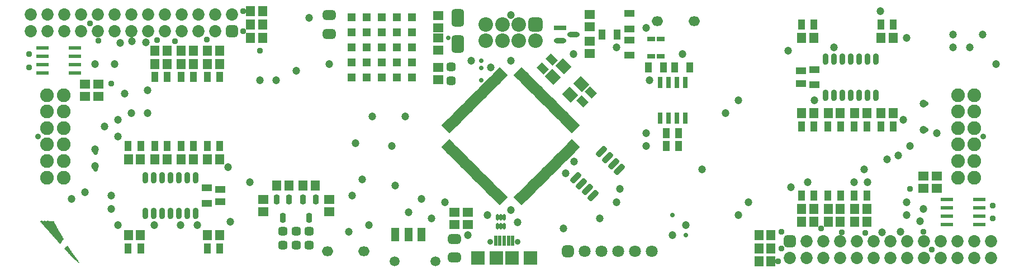
<source format=gts>
G04*
G04 #@! TF.GenerationSoftware,Altium Limited,Altium Designer,24.2.2 (26)*
G04*
G04 Layer_Color=8388736*
%FSLAX44Y44*%
%MOMM*%
G71*
G04*
G04 #@! TF.SameCoordinates,29065ECF-91ED-40A2-A03B-0633D3A06584*
G04*
G04*
G04 #@! TF.FilePolarity,Negative*
G04*
G01*
G75*
%ADD27R,1.9812X0.5588*%
%ADD44C,1.2032*%
%ADD45C,0.9532*%
%ADD46R,1.3532X1.5532*%
G04:AMPARAMS|DCode=47|XSize=1.9032mm|YSize=2.7032mm|CornerRadius=0.5266mm|HoleSize=0mm|Usage=FLASHONLY|Rotation=180.000|XOffset=0mm|YOffset=0mm|HoleType=Round|Shape=RoundedRectangle|*
%AMROUNDEDRECTD47*
21,1,1.9032,1.6500,0,0,180.0*
21,1,0.8500,2.7032,0,0,180.0*
1,1,1.0532,-0.4250,0.8250*
1,1,1.0532,0.4250,0.8250*
1,1,1.0532,0.4250,-0.8250*
1,1,1.0532,-0.4250,-0.8250*
%
%ADD47ROUNDEDRECTD47*%
%ADD48R,1.5532X1.3532*%
G04:AMPARAMS|DCode=49|XSize=0.9532mm|YSize=0.4532mm|CornerRadius=0.1116mm|HoleSize=0mm|Usage=FLASHONLY|Rotation=90.000|XOffset=0mm|YOffset=0mm|HoleType=Round|Shape=RoundedRectangle|*
%AMROUNDEDRECTD49*
21,1,0.9532,0.2300,0,0,90.0*
21,1,0.7300,0.4532,0,0,90.0*
1,1,0.2232,0.1150,0.3650*
1,1,0.2232,0.1150,-0.3650*
1,1,0.2232,-0.1150,-0.3650*
1,1,0.2232,-0.1150,0.3650*
%
%ADD49ROUNDEDRECTD49*%
G04:AMPARAMS|DCode=50|XSize=1.8032mm|YSize=1.6032mm|CornerRadius=0mm|HoleSize=0mm|Usage=FLASHONLY|Rotation=315.000|XOffset=0mm|YOffset=0mm|HoleType=Round|Shape=Rectangle|*
%AMROTATEDRECTD50*
4,1,4,-1.2044,0.0707,-0.0707,1.2044,1.2044,-0.0707,0.0707,-1.2044,-1.2044,0.0707,0.0*
%
%ADD50ROTATEDRECTD50*%

%ADD51R,0.6032X1.5532*%
%ADD52R,2.0032X2.1032*%
%ADD53R,2.1032X2.1032*%
G04:AMPARAMS|DCode=54|XSize=0.8032mm|YSize=1.6532mm|CornerRadius=0.2516mm|HoleSize=0mm|Usage=FLASHONLY|Rotation=180.000|XOffset=0mm|YOffset=0mm|HoleType=Round|Shape=RoundedRectangle|*
%AMROUNDEDRECTD54*
21,1,0.8032,1.1500,0,0,180.0*
21,1,0.3000,1.6532,0,0,180.0*
1,1,0.5032,-0.1500,0.5750*
1,1,0.5032,0.1500,0.5750*
1,1,0.5032,0.1500,-0.5750*
1,1,0.5032,-0.1500,-0.5750*
%
%ADD54ROUNDEDRECTD54*%
%ADD55R,0.8032X1.7532*%
G04:AMPARAMS|DCode=56|XSize=0.8532mm|YSize=1.9032mm|CornerRadius=0.2641mm|HoleSize=0mm|Usage=FLASHONLY|Rotation=315.000|XOffset=0mm|YOffset=0mm|HoleType=Round|Shape=RoundedRectangle|*
%AMROUNDEDRECTD56*
21,1,0.8532,1.3750,0,0,315.0*
21,1,0.3250,1.9032,0,0,315.0*
1,1,0.5282,-0.3712,-0.6010*
1,1,0.5282,-0.6010,-0.3712*
1,1,0.5282,0.3712,0.6010*
1,1,0.5282,0.6010,0.3712*
%
%ADD56ROUNDEDRECTD56*%
G04:AMPARAMS|DCode=57|XSize=1.6782mm|YSize=0.5032mm|CornerRadius=0mm|HoleSize=0mm|Usage=FLASHONLY|Rotation=315.000|XOffset=0mm|YOffset=0mm|HoleType=Round|Shape=Rectangle|*
%AMROTATEDRECTD57*
4,1,4,-0.7712,0.4154,-0.4154,0.7712,0.7712,-0.4154,0.4154,-0.7712,-0.7712,0.4154,0.0*
%
%ADD57ROTATEDRECTD57*%

G04:AMPARAMS|DCode=58|XSize=1.6782mm|YSize=0.5032mm|CornerRadius=0mm|HoleSize=0mm|Usage=FLASHONLY|Rotation=225.000|XOffset=0mm|YOffset=0mm|HoleType=Round|Shape=Rectangle|*
%AMROTATEDRECTD58*
4,1,4,0.4154,0.7712,0.7712,0.4154,-0.4154,-0.7712,-0.7712,-0.4154,0.4154,0.7712,0.0*
%
%ADD58ROTATEDRECTD58*%

%ADD59O,1.9032X0.8032*%
%ADD60R,1.9032X0.8032*%
G04:AMPARAMS|DCode=61|XSize=0.8532mm|YSize=1.4532mm|CornerRadius=0.2641mm|HoleSize=0mm|Usage=FLASHONLY|Rotation=0.000|XOffset=0mm|YOffset=0mm|HoleType=Round|Shape=RoundedRectangle|*
%AMROUNDEDRECTD61*
21,1,0.8532,0.9250,0,0,0.0*
21,1,0.3250,1.4532,0,0,0.0*
1,1,0.5282,0.1625,-0.4625*
1,1,0.5282,-0.1625,-0.4625*
1,1,0.5282,-0.1625,0.4625*
1,1,0.5282,0.1625,0.4625*
%
%ADD61ROUNDEDRECTD61*%
%ADD62R,1.3032X0.8032*%
G04:AMPARAMS|DCode=63|XSize=1.9532mm|YSize=1.4532mm|CornerRadius=0.4141mm|HoleSize=0mm|Usage=FLASHONLY|Rotation=180.000|XOffset=0mm|YOffset=0mm|HoleType=Round|Shape=RoundedRectangle|*
%AMROUNDEDRECTD63*
21,1,1.9532,0.6250,0,0,180.0*
21,1,1.1250,1.4532,0,0,180.0*
1,1,0.8282,-0.5625,0.3125*
1,1,0.8282,0.5625,0.3125*
1,1,0.8282,0.5625,-0.3125*
1,1,0.8282,-0.5625,-0.3125*
%
%ADD63ROUNDEDRECTD63*%
%ADD64R,1.2032X2.1032*%
%ADD65R,1.3032X1.3032*%
G04:AMPARAMS|DCode=66|XSize=1.4032mm|YSize=1.3032mm|CornerRadius=0.3766mm|HoleSize=0mm|Usage=FLASHONLY|Rotation=0.000|XOffset=0mm|YOffset=0mm|HoleType=Round|Shape=RoundedRectangle|*
%AMROUNDEDRECTD66*
21,1,1.4032,0.5500,0,0,0.0*
21,1,0.6500,1.3032,0,0,0.0*
1,1,0.7532,0.3250,-0.2750*
1,1,0.7532,-0.3250,-0.2750*
1,1,0.7532,-0.3250,0.2750*
1,1,0.7532,0.3250,0.2750*
%
%ADD66ROUNDEDRECTD66*%
%ADD67R,1.1032X1.5032*%
%ADD68R,1.5032X1.1032*%
G04:AMPARAMS|DCode=69|XSize=1.1032mm|YSize=1.5032mm|CornerRadius=0mm|HoleSize=0mm|Usage=FLASHONLY|Rotation=225.000|XOffset=0mm|YOffset=0mm|HoleType=Round|Shape=Rectangle|*
%AMROTATEDRECTD69*
4,1,4,-0.1414,0.9215,0.9215,-0.1414,0.1414,-0.9215,-0.9215,0.1414,-0.1414,0.9215,0.0*
%
%ADD69ROTATEDRECTD69*%

%ADD70C,1.8532*%
G04:AMPARAMS|DCode=71|XSize=1.8532mm|YSize=1.8532mm|CornerRadius=0.5141mm|HoleSize=0mm|Usage=FLASHONLY|Rotation=180.000|XOffset=0mm|YOffset=0mm|HoleType=Round|Shape=RoundedRectangle|*
%AMROUNDEDRECTD71*
21,1,1.8532,0.8250,0,0,180.0*
21,1,0.8250,1.8532,0,0,180.0*
1,1,1.0282,-0.4125,0.4125*
1,1,1.0282,0.4125,0.4125*
1,1,1.0282,0.4125,-0.4125*
1,1,1.0282,-0.4125,-0.4125*
%
%ADD71ROUNDEDRECTD71*%
%ADD72C,0.9032*%
%ADD73C,1.8032*%
G04:AMPARAMS|DCode=74|XSize=1.8032mm|YSize=1.8032mm|CornerRadius=0.5016mm|HoleSize=0mm|Usage=FLASHONLY|Rotation=0.000|XOffset=0mm|YOffset=0mm|HoleType=Round|Shape=RoundedRectangle|*
%AMROUNDEDRECTD74*
21,1,1.8032,0.8000,0,0,0.0*
21,1,0.8000,1.8032,0,0,0.0*
1,1,1.0032,0.4000,-0.4000*
1,1,1.0032,-0.4000,-0.4000*
1,1,1.0032,-0.4000,0.4000*
1,1,1.0032,0.4000,0.4000*
%
%ADD74ROUNDEDRECTD74*%
%ADD75O,1.7032X1.4532*%
%ADD76C,2.2032*%
G04:AMPARAMS|DCode=77|XSize=2.2032mm|YSize=2.2032mm|CornerRadius=0.6016mm|HoleSize=0mm|Usage=FLASHONLY|Rotation=90.000|XOffset=0mm|YOffset=0mm|HoleType=Round|Shape=RoundedRectangle|*
%AMROUNDEDRECTD77*
21,1,2.2032,1.0000,0,0,90.0*
21,1,1.0000,2.2032,0,0,90.0*
1,1,1.2032,0.5000,0.5000*
1,1,1.2032,0.5000,-0.5000*
1,1,1.2032,-0.5000,-0.5000*
1,1,1.2032,-0.5000,0.5000*
%
%ADD77ROUNDEDRECTD77*%
%ADD78C,2.0782*%
%ADD79C,0.8782*%
%ADD80C,1.5032*%
%ADD81C,0.7032*%
G36*
X78763Y134031D02*
X78996D01*
Y133798D01*
X79230D01*
Y133565D01*
X78996D01*
Y133331D01*
X79230D01*
Y133098D01*
X79463D01*
Y132865D01*
X79696D01*
Y132631D01*
X79930D01*
Y132398D01*
X80163D01*
Y132164D01*
X79930D01*
Y132398D01*
X79696D01*
Y132164D01*
X79930D01*
Y131931D01*
X80163D01*
Y131698D01*
X80397D01*
Y131464D01*
X80630D01*
Y131231D01*
X80397D01*
Y130997D01*
X80863D01*
Y130764D01*
Y130531D01*
X81097D01*
Y130297D01*
X81330D01*
Y130064D01*
X81563D01*
Y129831D01*
X81330D01*
Y129597D01*
X81563D01*
Y129364D01*
X81797D01*
Y129131D01*
X82030D01*
Y128897D01*
X82264D01*
Y128664D01*
X82497D01*
Y128430D01*
X82264D01*
Y128197D01*
X82497D01*
Y127964D01*
X82730D01*
Y127730D01*
X82964D01*
Y127497D01*
X83197D01*
Y127264D01*
X83430D01*
Y127030D01*
X83197D01*
Y126797D01*
X83430D01*
Y126563D01*
X83664D01*
Y126330D01*
X83897D01*
Y126097D01*
X84131D01*
Y125863D01*
X84364D01*
Y125630D01*
X84131D01*
Y125396D01*
X84364D01*
Y125163D01*
X84597D01*
Y124930D01*
X84831D01*
Y124696D01*
X85064D01*
Y124463D01*
X85297D01*
Y124230D01*
X85064D01*
Y123996D01*
X85297D01*
Y123763D01*
X85531D01*
Y123530D01*
X85764D01*
Y123296D01*
X85997D01*
Y123063D01*
X86231D01*
Y122829D01*
X85997D01*
Y122596D01*
X86464D01*
Y122363D01*
Y122129D01*
X86698D01*
Y121896D01*
X86931D01*
Y121663D01*
X87164D01*
Y121429D01*
Y121196D01*
Y120962D01*
X87398D01*
Y120729D01*
X87631D01*
Y120496D01*
X87865D01*
Y120262D01*
X88098D01*
Y120029D01*
X87865D01*
Y119796D01*
X88565D01*
Y119562D01*
X88331D01*
Y119329D01*
X88565D01*
Y119095D01*
X88798D01*
Y118862D01*
X89031D01*
Y118629D01*
X89265D01*
Y118395D01*
X89498D01*
Y118162D01*
X89265D01*
Y117929D01*
X89498D01*
Y117695D01*
X89732D01*
Y117462D01*
X89965D01*
Y117228D01*
X90198D01*
Y116995D01*
X90432D01*
Y116762D01*
X90665D01*
Y116528D01*
X90898D01*
Y116295D01*
X90665D01*
Y116062D01*
X90898D01*
Y115828D01*
X91132D01*
Y115595D01*
X91365D01*
Y115361D01*
X91599D01*
Y115128D01*
X91832D01*
Y114895D01*
X92065D01*
Y114661D01*
X92299D01*
Y114428D01*
X92065D01*
Y114661D01*
X91832D01*
Y114428D01*
X92065D01*
Y114195D01*
X92299D01*
Y113961D01*
X92532D01*
Y113728D01*
X92765D01*
Y113495D01*
X92999D01*
Y113261D01*
X93232D01*
Y113028D01*
X92999D01*
Y112794D01*
X93465D01*
Y112561D01*
Y112328D01*
X93699D01*
Y112094D01*
X93932D01*
Y111861D01*
X94166D01*
Y111628D01*
X94399D01*
Y111394D01*
X94632D01*
Y111161D01*
X94399D01*
Y110927D01*
X94632D01*
Y110694D01*
X94866D01*
Y110461D01*
X95099D01*
Y110227D01*
X95332D01*
Y109994D01*
X95566D01*
Y109761D01*
X95332D01*
Y109527D01*
X96033D01*
Y109294D01*
X95799D01*
Y109060D01*
X96033D01*
Y108827D01*
X96266D01*
Y108594D01*
X96499D01*
Y108360D01*
X96733D01*
Y108127D01*
X96966D01*
Y107893D01*
X96733D01*
Y108127D01*
X96499D01*
Y107893D01*
X96733D01*
Y107660D01*
X96966D01*
Y107427D01*
X96733D01*
Y107193D01*
X96966D01*
Y106960D01*
X96733D01*
Y107193D01*
X96499D01*
Y106960D01*
X96266D01*
Y107193D01*
X96033D01*
Y107427D01*
X95332D01*
Y107660D01*
X95566D01*
Y107893D01*
X94866D01*
Y108127D01*
X94632D01*
Y108360D01*
X94399D01*
Y108594D01*
X94166D01*
Y108827D01*
X93932D01*
Y109060D01*
X93699D01*
Y109294D01*
X93465D01*
Y109527D01*
X93232D01*
Y109761D01*
X92999D01*
Y109994D01*
X92765D01*
Y110227D01*
X92532D01*
Y110461D01*
X92299D01*
Y110694D01*
X92065D01*
Y110927D01*
X91832D01*
Y111161D01*
X91599D01*
Y111394D01*
X91365D01*
Y111628D01*
X91132D01*
Y111861D01*
X90898D01*
Y112094D01*
X90198D01*
Y112328D01*
X90432D01*
Y112561D01*
X89732D01*
Y112794D01*
X89498D01*
Y113028D01*
X89265D01*
Y113261D01*
X89498D01*
Y113495D01*
X88798D01*
Y113728D01*
X88565D01*
Y113961D01*
X88331D01*
Y114195D01*
X88098D01*
Y114428D01*
X87865D01*
Y114661D01*
X87631D01*
Y114895D01*
X87398D01*
Y115128D01*
X87164D01*
Y115361D01*
X86931D01*
Y115595D01*
X86698D01*
Y115828D01*
X86464D01*
Y116062D01*
X86231D01*
Y116295D01*
X85997D01*
Y116528D01*
X85764D01*
Y116762D01*
X85531D01*
Y116995D01*
X85297D01*
Y117228D01*
X85064D01*
Y117462D01*
X84831D01*
Y117695D01*
X84597D01*
Y117929D01*
X84364D01*
Y118162D01*
X84131D01*
Y118395D01*
X83897D01*
Y118629D01*
X83664D01*
Y118862D01*
X83430D01*
Y119095D01*
X83197D01*
Y119329D01*
X82964D01*
Y119562D01*
X82730D01*
Y119796D01*
X82497D01*
Y120029D01*
X82264D01*
Y120262D01*
X82030D01*
Y120496D01*
X81797D01*
Y120729D01*
Y120962D01*
X81330D01*
Y121196D01*
X81097D01*
Y121429D01*
X80863D01*
Y121663D01*
X81097D01*
Y121896D01*
X80397D01*
Y122129D01*
X80163D01*
Y122363D01*
X79930D01*
Y122596D01*
X80163D01*
Y122829D01*
X79463D01*
Y123063D01*
X79696D01*
Y123296D01*
X78996D01*
Y123530D01*
X79230D01*
Y123763D01*
X78530D01*
Y123996D01*
X78763D01*
Y124230D01*
X78063D01*
Y124463D01*
X78296D01*
Y124696D01*
X78063D01*
Y124930D01*
X77829D01*
Y125163D01*
X77596D01*
Y125396D01*
X77363D01*
Y125630D01*
X77129D01*
Y125863D01*
X76896D01*
Y126097D01*
X76663D01*
Y126330D01*
X76429D01*
Y126563D01*
X76196D01*
Y126797D01*
X75963D01*
Y127030D01*
X75729D01*
Y127264D01*
X75496D01*
Y127497D01*
X75262D01*
Y127730D01*
X75029D01*
Y127964D01*
X74796D01*
Y128197D01*
X74562D01*
Y128430D01*
X74329D01*
Y128664D01*
X74096D01*
Y128897D01*
X73862D01*
Y129131D01*
X74096D01*
Y129364D01*
X73862D01*
Y129597D01*
X74096D01*
Y129831D01*
X74329D01*
Y130064D01*
X74562D01*
Y130297D01*
X74796D01*
Y130064D01*
X75029D01*
Y130297D01*
X74796D01*
Y130531D01*
X75029D01*
Y130764D01*
X75262D01*
Y130997D01*
X75496D01*
Y131231D01*
X75729D01*
Y131464D01*
X75963D01*
Y131698D01*
X75729D01*
Y131931D01*
X75963D01*
Y131698D01*
X76196D01*
Y131931D01*
X76429D01*
Y132164D01*
X76663D01*
Y132398D01*
X76896D01*
Y132631D01*
X76663D01*
Y132865D01*
X76896D01*
Y132631D01*
X77129D01*
Y132865D01*
X77363D01*
Y133098D01*
X77596D01*
Y133331D01*
X77829D01*
Y133565D01*
X77596D01*
Y133798D01*
X77829D01*
Y133565D01*
X78063D01*
Y133798D01*
X78296D01*
Y134031D01*
X78530D01*
Y133798D01*
X78763D01*
Y134031D01*
X78530D01*
Y134265D01*
X78763D01*
Y134031D01*
D02*
G37*
G36*
X51225Y171371D02*
X51458D01*
Y171138D01*
X51691D01*
Y171371D01*
X51925D01*
Y171138D01*
X52158D01*
Y171371D01*
X52392D01*
Y171138D01*
X52625D01*
Y171371D01*
X52858D01*
Y171138D01*
X53092D01*
Y171371D01*
X53325D01*
Y171138D01*
X53559D01*
Y171371D01*
X53792D01*
Y171138D01*
X54025D01*
Y171371D01*
X54259D01*
Y171138D01*
X54492D01*
Y171371D01*
X54725D01*
Y171138D01*
X54959D01*
Y171371D01*
X55192D01*
Y171138D01*
X55426D01*
Y171371D01*
X55659D01*
Y171138D01*
X55892D01*
Y171371D01*
X56126D01*
Y171138D01*
X56359D01*
Y171371D01*
X56592D01*
Y171138D01*
X56826D01*
Y171371D01*
X57059D01*
Y171138D01*
X57759D01*
Y170905D01*
X57993D01*
Y170671D01*
X58226D01*
Y170438D01*
X57993D01*
Y170204D01*
X58226D01*
Y169971D01*
X58459D01*
Y169738D01*
X58693D01*
Y169504D01*
X58459D01*
Y169271D01*
X58693D01*
Y169037D01*
X58926D01*
Y168804D01*
X59159D01*
Y168571D01*
X58926D01*
Y168337D01*
X59159D01*
Y168104D01*
X59393D01*
Y167871D01*
X59626D01*
Y167637D01*
X59393D01*
Y167404D01*
X59626D01*
Y167171D01*
X59860D01*
Y166937D01*
X60093D01*
Y166704D01*
X59860D01*
Y166470D01*
X60326D01*
Y166237D01*
Y166004D01*
X60560D01*
Y165770D01*
X60793D01*
Y165537D01*
X61027D01*
Y165304D01*
X60793D01*
Y165070D01*
X61027D01*
Y164837D01*
X61260D01*
Y164603D01*
X61493D01*
Y164370D01*
X61260D01*
Y164137D01*
X61493D01*
Y163903D01*
X61727D01*
Y163670D01*
X61960D01*
Y163437D01*
X61727D01*
Y163203D01*
X61960D01*
Y162970D01*
X62193D01*
Y162736D01*
X62427D01*
Y162503D01*
X62193D01*
Y162270D01*
X62427D01*
Y162036D01*
X62660D01*
Y161803D01*
X62894D01*
Y161570D01*
X63127D01*
Y161336D01*
X63360D01*
Y161103D01*
X63127D01*
Y161336D01*
X62894D01*
Y161570D01*
X62660D01*
Y161336D01*
X62894D01*
Y161103D01*
X63127D01*
Y160870D01*
X63360D01*
Y160636D01*
X63127D01*
Y160403D01*
X63594D01*
Y160169D01*
Y159936D01*
X63827D01*
Y159703D01*
X64060D01*
Y159469D01*
X64294D01*
Y159236D01*
X64060D01*
Y159002D01*
X64294D01*
Y158769D01*
X64527D01*
Y158536D01*
X64760D01*
Y158302D01*
X64527D01*
Y158069D01*
X64760D01*
Y157836D01*
X64994D01*
Y157602D01*
X65227D01*
Y157369D01*
X64994D01*
Y157135D01*
X65227D01*
Y156902D01*
X65461D01*
Y156669D01*
X65694D01*
Y156435D01*
X65461D01*
Y156202D01*
X66161D01*
Y155969D01*
X65927D01*
Y155735D01*
X66161D01*
Y155502D01*
X66394D01*
Y155268D01*
X66627D01*
Y155035D01*
X66394D01*
Y154802D01*
X66627D01*
Y154568D01*
X66861D01*
Y154335D01*
X67094D01*
Y154102D01*
X66861D01*
Y153868D01*
X67094D01*
Y153635D01*
X67328D01*
Y153401D01*
X67561D01*
Y153168D01*
X67794D01*
Y152935D01*
X68028D01*
Y152701D01*
X67794D01*
Y152935D01*
X67561D01*
Y152701D01*
X67794D01*
Y152468D01*
X68028D01*
Y152235D01*
X68261D01*
Y152001D01*
X68495D01*
Y151768D01*
X68261D01*
Y151535D01*
X68495D01*
Y151301D01*
X68728D01*
Y151068D01*
X68961D01*
Y150834D01*
X68728D01*
Y150601D01*
X68961D01*
Y150368D01*
X69195D01*
Y150134D01*
X69428D01*
Y149901D01*
X69195D01*
Y149668D01*
X69661D01*
Y149434D01*
Y149201D01*
X69895D01*
Y148967D01*
X70128D01*
Y148734D01*
X70361D01*
Y148501D01*
X70128D01*
Y148267D01*
X70361D01*
Y148034D01*
X70595D01*
Y147801D01*
X70828D01*
Y147567D01*
X70595D01*
Y147334D01*
X70828D01*
Y147100D01*
X71062D01*
Y146867D01*
X71295D01*
Y146634D01*
X71528D01*
Y146400D01*
X71762D01*
Y146167D01*
X71528D01*
Y146400D01*
X71295D01*
Y146167D01*
X71528D01*
Y145934D01*
X71762D01*
Y145700D01*
X71995D01*
Y145467D01*
X72228D01*
Y145233D01*
X71995D01*
Y145000D01*
X72228D01*
Y144767D01*
X72462D01*
Y144533D01*
X72695D01*
Y144300D01*
X72462D01*
Y144066D01*
X72695D01*
Y143833D01*
X72462D01*
Y143600D01*
X72695D01*
Y143366D01*
X72462D01*
Y143600D01*
X72228D01*
Y143366D01*
X71995D01*
Y143133D01*
X72228D01*
Y142900D01*
X71995D01*
Y142666D01*
X71762D01*
Y142433D01*
X71528D01*
Y142199D01*
X71762D01*
Y141966D01*
X71528D01*
Y141733D01*
X71295D01*
Y141499D01*
X71062D01*
Y141266D01*
X70828D01*
Y141033D01*
X70595D01*
Y140799D01*
X70828D01*
Y140566D01*
X70128D01*
Y140332D01*
X70361D01*
Y140099D01*
X70128D01*
Y139866D01*
X69895D01*
Y139632D01*
X69661D01*
Y139399D01*
X69895D01*
Y139166D01*
X69661D01*
Y138932D01*
X69428D01*
Y138699D01*
X69195D01*
Y138465D01*
X69428D01*
Y138232D01*
X69195D01*
Y138465D01*
X68961D01*
Y138232D01*
X68728D01*
Y137999D01*
X68961D01*
Y137765D01*
X68261D01*
Y137532D01*
X68495D01*
Y137299D01*
X68261D01*
Y137065D01*
X68028D01*
Y136832D01*
X67794D01*
Y136599D01*
X67561D01*
Y136365D01*
X67328D01*
Y136132D01*
X67094D01*
Y136365D01*
X66861D01*
Y136599D01*
X66627D01*
Y136832D01*
X66394D01*
Y137065D01*
X66161D01*
Y137299D01*
X65927D01*
Y137532D01*
X66161D01*
Y137765D01*
X65927D01*
Y137999D01*
X65694D01*
Y138232D01*
X65461D01*
Y138465D01*
X65227D01*
Y138699D01*
X64994D01*
Y138932D01*
X64760D01*
Y139166D01*
X64527D01*
Y139399D01*
X64294D01*
Y139632D01*
X64060D01*
Y139866D01*
X63827D01*
Y140099D01*
X63594D01*
Y140332D01*
X63360D01*
Y140566D01*
X63127D01*
Y140799D01*
X62894D01*
Y141033D01*
X62660D01*
Y141266D01*
X62894D01*
Y141499D01*
X62193D01*
Y141733D01*
X62427D01*
Y141966D01*
X61727D01*
Y142199D01*
X61960D01*
Y142433D01*
X61727D01*
Y142666D01*
X61493D01*
Y142900D01*
X61260D01*
Y143133D01*
X61027D01*
Y143366D01*
X60793D01*
Y143600D01*
X60560D01*
Y143833D01*
X60326D01*
Y144066D01*
X60560D01*
Y144300D01*
X60326D01*
Y144533D01*
X60093D01*
Y144767D01*
X59860D01*
Y145000D01*
X59626D01*
Y145233D01*
X59393D01*
Y145467D01*
X59159D01*
Y145700D01*
X58926D01*
Y145934D01*
X58693D01*
Y146167D01*
X58459D01*
Y146400D01*
X58226D01*
Y146634D01*
X57993D01*
Y146867D01*
X57759D01*
Y147100D01*
X57526D01*
Y147334D01*
X57292D01*
Y147567D01*
X57059D01*
Y147801D01*
X57292D01*
Y148034D01*
X56592D01*
Y148267D01*
X56826D01*
Y148501D01*
X56126D01*
Y148734D01*
X56359D01*
Y148967D01*
X56126D01*
Y149201D01*
X55892D01*
Y149434D01*
X55659D01*
Y149668D01*
X55426D01*
Y149901D01*
X55192D01*
Y150134D01*
X54959D01*
Y150368D01*
X54725D01*
Y150601D01*
X54492D01*
Y150834D01*
X54259D01*
Y151068D01*
Y151301D01*
X53792D01*
Y151535D01*
X54025D01*
Y151768D01*
X53792D01*
Y152001D01*
X53559D01*
Y152235D01*
X53325D01*
Y152468D01*
X53092D01*
Y152701D01*
X52858D01*
Y152935D01*
X52625D01*
Y153168D01*
X52392D01*
Y153401D01*
X52158D01*
Y153635D01*
X51925D01*
Y153868D01*
X51691D01*
Y154102D01*
X51458D01*
Y154335D01*
X51225D01*
Y154568D01*
X50991D01*
Y154802D01*
X50758D01*
Y155035D01*
X50525D01*
Y155268D01*
X50758D01*
Y155502D01*
X50058D01*
Y155735D01*
X50291D01*
Y155969D01*
X49591D01*
Y156202D01*
X49825D01*
Y156435D01*
X49591D01*
Y156669D01*
X49358D01*
Y156902D01*
X49124D01*
Y157135D01*
X48891D01*
Y157369D01*
X48658D01*
Y157602D01*
X48424D01*
Y157836D01*
X48191D01*
Y158069D01*
X47958D01*
Y158302D01*
X47724D01*
Y158536D01*
X47491D01*
Y158769D01*
X47257D01*
Y159002D01*
X47491D01*
Y159236D01*
X47257D01*
Y159469D01*
X47024D01*
Y159703D01*
X46791D01*
Y159936D01*
X46557D01*
Y160169D01*
X46324D01*
Y160403D01*
X46090D01*
Y160636D01*
X45857D01*
Y160870D01*
X45624D01*
Y161103D01*
X45390D01*
Y161336D01*
X45157D01*
Y161570D01*
X44924D01*
Y161803D01*
X44690D01*
Y162036D01*
X44457D01*
Y162270D01*
X44224D01*
Y162503D01*
X43990D01*
Y162736D01*
X43757D01*
Y162970D01*
X43523D01*
Y163203D01*
X43757D01*
Y163437D01*
X43057D01*
Y163670D01*
X43290D01*
Y163903D01*
X43057D01*
Y164137D01*
X42823D01*
Y164370D01*
X42590D01*
Y164603D01*
X42357D01*
Y164837D01*
X42123D01*
Y165070D01*
X41890D01*
Y165304D01*
X41656D01*
Y165537D01*
Y165770D01*
X41190D01*
Y166004D01*
X41423D01*
Y166237D01*
X40723D01*
Y166470D01*
X40956D01*
Y166704D01*
X40723D01*
Y166937D01*
X40490D01*
Y167171D01*
X40256D01*
Y167404D01*
X40023D01*
Y167637D01*
X39790D01*
Y167871D01*
X39556D01*
Y168104D01*
X39323D01*
Y168337D01*
X39089D01*
Y168571D01*
X38856D01*
Y168804D01*
X38623D01*
Y169037D01*
X38389D01*
Y169271D01*
X38156D01*
Y169504D01*
X37922D01*
Y169738D01*
X37689D01*
Y169971D01*
X37456D01*
Y170204D01*
X37689D01*
Y170438D01*
X36989D01*
Y170671D01*
X37222D01*
Y170905D01*
X36989D01*
Y171138D01*
X36756D01*
Y171371D01*
X36989D01*
Y171605D01*
X37689D01*
Y171371D01*
X37922D01*
Y171605D01*
X38623D01*
Y171371D01*
X38856D01*
Y171605D01*
X39556D01*
Y171371D01*
X39790D01*
Y171605D01*
X40023D01*
Y171371D01*
X40256D01*
Y171138D01*
X40490D01*
Y171371D01*
X40256D01*
Y171605D01*
X40490D01*
Y171371D01*
X40723D01*
Y171605D01*
X40956D01*
Y171371D01*
X41190D01*
Y171138D01*
X41423D01*
Y171371D01*
X41190D01*
Y171605D01*
X41423D01*
Y171371D01*
X41656D01*
Y171605D01*
X41890D01*
Y171371D01*
X42123D01*
Y171138D01*
X42357D01*
Y171371D01*
X42123D01*
Y171605D01*
X42357D01*
Y171371D01*
X42590D01*
Y171605D01*
X42823D01*
Y171371D01*
X43057D01*
Y171138D01*
X43290D01*
Y171371D01*
X43057D01*
Y171605D01*
X43290D01*
Y171371D01*
X43523D01*
Y171605D01*
X43757D01*
Y171371D01*
X43990D01*
Y171138D01*
X44224D01*
Y171371D01*
X43990D01*
Y171605D01*
X44224D01*
Y171371D01*
X44457D01*
Y171605D01*
X44690D01*
Y171371D01*
X44924D01*
Y171138D01*
X45157D01*
Y171371D01*
X44924D01*
Y171605D01*
X45157D01*
Y171371D01*
X45390D01*
Y171605D01*
X45624D01*
Y171371D01*
X45857D01*
Y171138D01*
X46090D01*
Y171371D01*
X45857D01*
Y171605D01*
X46090D01*
Y171371D01*
X46324D01*
Y171138D01*
X46557D01*
Y171371D01*
X46324D01*
Y171605D01*
X46557D01*
Y171371D01*
X46791D01*
Y171138D01*
X47024D01*
Y171371D01*
X46791D01*
Y171605D01*
X47024D01*
Y171371D01*
X47257D01*
Y171138D01*
X47491D01*
Y171371D01*
X47257D01*
Y171605D01*
X47491D01*
Y171371D01*
X47724D01*
Y171138D01*
X47958D01*
Y171371D01*
X47724D01*
Y171605D01*
X47958D01*
Y171371D01*
X48191D01*
Y171138D01*
X48424D01*
Y171371D01*
X48191D01*
Y171605D01*
X48424D01*
Y171371D01*
X48658D01*
Y171138D01*
X48891D01*
Y171371D01*
X48658D01*
Y171605D01*
X48891D01*
Y171371D01*
X49124D01*
Y171138D01*
X49358D01*
Y171371D01*
X49124D01*
Y171605D01*
X49358D01*
Y171371D01*
X49591D01*
Y171138D01*
X49825D01*
Y171371D01*
X49591D01*
Y171605D01*
X49825D01*
Y171371D01*
X50058D01*
Y171138D01*
X50291D01*
Y171371D01*
X50058D01*
Y171605D01*
X50291D01*
Y171371D01*
X50525D01*
Y171138D01*
X50758D01*
Y171371D01*
X50991D01*
Y171138D01*
X51225D01*
Y171371D01*
X50991D01*
Y171605D01*
X51225D01*
Y171371D01*
D02*
G37*
%LPC*%
G36*
X85764Y123296D02*
X85531D01*
Y123063D01*
X85764D01*
Y123296D01*
D02*
G37*
G36*
X90432Y116762D02*
X90198D01*
Y116528D01*
X90432D01*
Y116762D01*
D02*
G37*
G36*
X92765Y113495D02*
X92532D01*
Y113261D01*
X92765D01*
Y113495D01*
D02*
G37*
G36*
X95099Y110227D02*
X94866D01*
Y109994D01*
X95099D01*
Y110227D01*
D02*
G37*
G36*
X94632Y108827D02*
X94399D01*
Y108594D01*
X94632D01*
Y108827D01*
D02*
G37*
G36*
X95099Y108360D02*
X94866D01*
Y108127D01*
X95099D01*
Y108360D01*
D02*
G37*
G36*
X39556Y171371D02*
X39323D01*
Y171138D01*
X39556D01*
Y171371D01*
D02*
G37*
G36*
X38623D02*
X38389D01*
Y171138D01*
X38623D01*
Y171371D01*
D02*
G37*
G36*
X38156Y169971D02*
X37922D01*
Y169738D01*
X38156D01*
Y169971D01*
D02*
G37*
G36*
X38623Y169504D02*
X38389D01*
Y169271D01*
X38623D01*
Y169504D01*
D02*
G37*
G36*
X61027Y164837D02*
X60793D01*
Y164603D01*
X61027D01*
Y164837D01*
D02*
G37*
G36*
X61960Y162970D02*
X61727D01*
Y162736D01*
X61960D01*
Y162970D01*
D02*
G37*
G36*
X44224D02*
X43990D01*
Y162736D01*
X44224D01*
Y162970D01*
D02*
G37*
G36*
X44690Y162503D02*
X44457D01*
Y162270D01*
X44690D01*
Y162503D01*
D02*
G37*
G36*
X45157Y162036D02*
X44924D01*
Y161803D01*
X45157D01*
Y162036D01*
D02*
G37*
G36*
X51225Y155035D02*
X50991D01*
Y154802D01*
X51225D01*
Y155035D01*
D02*
G37*
G36*
X66627Y154568D02*
X66394D01*
Y154335D01*
X66627D01*
Y154568D01*
D02*
G37*
G36*
X51691D02*
X51458D01*
Y154335D01*
X51691D01*
Y154568D01*
D02*
G37*
G36*
X57759Y147567D02*
X57526D01*
Y147334D01*
X57759D01*
Y147567D01*
D02*
G37*
G36*
X58226Y147100D02*
X57993D01*
Y146867D01*
X58226D01*
Y147100D01*
D02*
G37*
G36*
X63360Y141033D02*
X63127D01*
Y140799D01*
X63360D01*
Y141033D01*
D02*
G37*
G36*
X63827Y140566D02*
X63594D01*
Y140332D01*
X63827D01*
Y140566D01*
D02*
G37*
G36*
X64294Y140099D02*
X64060D01*
Y139866D01*
X64294D01*
Y140099D01*
D02*
G37*
G36*
X64760Y139632D02*
X64527D01*
Y139399D01*
X64760D01*
Y139632D01*
D02*
G37*
%LPD*%
D27*
X1459638Y165950D02*
D03*
Y178650D02*
D03*
Y191350D02*
D03*
Y204050D02*
D03*
X1410362D02*
D03*
Y191350D02*
D03*
Y178650D02*
D03*
Y165950D02*
D03*
X40362Y434050D02*
D03*
Y421350D02*
D03*
Y408650D02*
D03*
Y395950D02*
D03*
X89638D02*
D03*
Y408650D02*
D03*
Y421350D02*
D03*
Y434050D02*
D03*
D44*
X1015000Y165000D02*
D03*
X615000Y205000D02*
D03*
X505000Y155000D02*
D03*
X1095000Y355000D02*
D03*
X690000Y415000D02*
D03*
X570000Y285000D02*
D03*
X510000Y210000D02*
D03*
X355000Y230000D02*
D03*
X1240000Y435000D02*
D03*
X250000Y165000D02*
D03*
X475000Y410000D02*
D03*
X1075000Y335000D02*
D03*
X1285000Y250000D02*
D03*
X535000Y165000D02*
D03*
X515000Y290000D02*
D03*
X200000Y335000D02*
D03*
X1485000Y410000D02*
D03*
X275000Y165000D02*
D03*
X595000Y185000D02*
D03*
X915000Y220000D02*
D03*
X1345000Y325000D02*
D03*
X425000Y400000D02*
D03*
X1095000Y180000D02*
D03*
X200000Y370000D02*
D03*
X158785Y441913D02*
D03*
X120000Y410000D02*
D03*
X370000Y385000D02*
D03*
X1375000Y190000D02*
D03*
X1270000Y230000D02*
D03*
X1200000D02*
D03*
X1174773Y222342D02*
D03*
X1290000Y230000D02*
D03*
X575000Y225000D02*
D03*
X995000Y150000D02*
D03*
X165000Y365000D02*
D03*
X176300Y444439D02*
D03*
X1350000Y200000D02*
D03*
X1312845Y154292D02*
D03*
X1370000Y171241D02*
D03*
X150000Y410000D02*
D03*
X1110000Y200000D02*
D03*
X395000Y385000D02*
D03*
X197758Y442696D02*
D03*
X1350000Y180000D02*
D03*
X1340000Y155000D02*
D03*
X325000Y170000D02*
D03*
X321605Y252937D02*
D03*
X525000Y235000D02*
D03*
X1040000Y250000D02*
D03*
X1210000Y355000D02*
D03*
X1170000Y430000D02*
D03*
X885000Y175000D02*
D03*
X955000Y285000D02*
D03*
X910000Y200000D02*
D03*
X715000Y180000D02*
D03*
X760000Y169785D02*
D03*
X650000Y200000D02*
D03*
X846054Y261959D02*
D03*
X955000Y305000D02*
D03*
X833610Y244008D02*
D03*
X830000Y160000D02*
D03*
X720000Y405000D02*
D03*
X85000Y205000D02*
D03*
X105000Y215000D02*
D03*
X155000Y325000D02*
D03*
X120000Y255000D02*
D03*
Y280000D02*
D03*
X135000Y315000D02*
D03*
X175000Y335000D02*
D03*
X210000Y165000D02*
D03*
X145000Y190000D02*
D03*
Y210000D02*
D03*
X155000Y300000D02*
D03*
Y165000D02*
D03*
X1337386Y270641D02*
D03*
X1320000Y265000D02*
D03*
X1355000Y285000D02*
D03*
X1395000Y305000D02*
D03*
X1350000Y450000D02*
D03*
X1375000Y310000D02*
D03*
Y350000D02*
D03*
X1420000Y455000D02*
D03*
X1445000Y435000D02*
D03*
X1420000D02*
D03*
X1310000Y490000D02*
D03*
X445000Y480000D02*
D03*
X750000Y415000D02*
D03*
X845000Y425000D02*
D03*
X910000Y435000D02*
D03*
X960000Y385000D02*
D03*
X955000Y465000D02*
D03*
X685000Y150000D02*
D03*
X1465000Y455000D02*
D03*
X590000Y330000D02*
D03*
X630000Y175000D02*
D03*
X540000Y330000D02*
D03*
X750439Y188090D02*
D03*
X1010000Y425000D02*
D03*
X749965Y484685D02*
D03*
D45*
X20000Y425000D02*
D03*
Y405000D02*
D03*
X112424Y471826D02*
D03*
X125000Y445000D02*
D03*
X145000Y380000D02*
D03*
X345000Y490000D02*
D03*
X214132Y446577D02*
D03*
X241281Y444439D02*
D03*
X290065Y446730D02*
D03*
X370000Y430000D02*
D03*
X345000Y460000D02*
D03*
X1480000Y175000D02*
D03*
Y195000D02*
D03*
X1387531Y127500D02*
D03*
X1375000Y155000D02*
D03*
X1355000Y220000D02*
D03*
X1155000Y110000D02*
D03*
X1287035Y153042D02*
D03*
X1251527Y153791D02*
D03*
X1220000Y160000D02*
D03*
X1160000Y130000D02*
D03*
Y155000D02*
D03*
D46*
X1144250Y130000D02*
D03*
X1125750D02*
D03*
X1144250Y150000D02*
D03*
X1125750D02*
D03*
X1144250Y110000D02*
D03*
X1125750D02*
D03*
X414250Y225000D02*
D03*
X395750D02*
D03*
X435000D02*
D03*
X453500D02*
D03*
X374250Y450000D02*
D03*
X355750D02*
D03*
X374249Y470004D02*
D03*
X355749D02*
D03*
X374250Y490000D02*
D03*
X355750D02*
D03*
X1289250Y190000D02*
D03*
X1270750D02*
D03*
X210750Y410000D02*
D03*
X229250D02*
D03*
X1270750Y170000D02*
D03*
X1289250D02*
D03*
X229250Y430000D02*
D03*
X210750D02*
D03*
X1249250Y190000D02*
D03*
X1230750D02*
D03*
X250750Y410000D02*
D03*
X269250D02*
D03*
X1230750Y170000D02*
D03*
X1249250D02*
D03*
X269250Y430000D02*
D03*
X250750D02*
D03*
X1209250Y190000D02*
D03*
X1190750D02*
D03*
X290750Y410000D02*
D03*
X309250D02*
D03*
X1190750Y170000D02*
D03*
X1209250D02*
D03*
X309250Y430000D02*
D03*
X290750D02*
D03*
X1209250Y450000D02*
D03*
X1190750D02*
D03*
X290750Y150000D02*
D03*
X309250D02*
D03*
X1329250Y450000D02*
D03*
X1310750D02*
D03*
X170750Y150000D02*
D03*
X189250D02*
D03*
X1209250Y335000D02*
D03*
X1190750D02*
D03*
X290750Y265000D02*
D03*
X309250D02*
D03*
X1310750Y335000D02*
D03*
X1329250D02*
D03*
X189250Y265000D02*
D03*
X170750D02*
D03*
X1249250Y335000D02*
D03*
X1230750D02*
D03*
X250750Y265000D02*
D03*
X269250D02*
D03*
X1270750Y335000D02*
D03*
X1289250D02*
D03*
X229250Y265000D02*
D03*
X210750D02*
D03*
D47*
X670000Y440250D02*
D03*
Y479750D02*
D03*
D48*
X640000Y483500D02*
D03*
Y465000D02*
D03*
Y449250D02*
D03*
Y430750D02*
D03*
X665000Y184250D02*
D03*
Y165750D02*
D03*
X685000D02*
D03*
Y184250D02*
D03*
X375000Y204250D02*
D03*
Y185750D02*
D03*
X475000Y204250D02*
D03*
Y185750D02*
D03*
X1375000Y220750D02*
D03*
Y239250D02*
D03*
X125000Y379250D02*
D03*
Y360750D02*
D03*
X1395000Y239250D02*
D03*
Y220750D02*
D03*
X105000Y360750D02*
D03*
Y379250D02*
D03*
X870000Y485000D02*
D03*
Y466500D02*
D03*
Y425750D02*
D03*
Y444250D02*
D03*
X640000Y405000D02*
D03*
Y386500D02*
D03*
D49*
X730000Y163100D02*
D03*
X735000D02*
D03*
X740000D02*
D03*
Y176900D02*
D03*
X735000D02*
D03*
X730000D02*
D03*
D50*
X813433Y390303D02*
D03*
X840303Y363433D02*
D03*
X856567Y379697D02*
D03*
X829697Y406567D02*
D03*
D51*
X746500Y141750D02*
D03*
X740000D02*
D03*
X733500D02*
D03*
X753000D02*
D03*
X727000D02*
D03*
D52*
X780000Y115000D02*
D03*
X700000D02*
D03*
D53*
X752000D02*
D03*
X728000D02*
D03*
D54*
X1303100Y417250D02*
D03*
X1290400D02*
D03*
X1277700D02*
D03*
X1265000D02*
D03*
X1252300D02*
D03*
X1239600D02*
D03*
X1226900D02*
D03*
X1303100Y362750D02*
D03*
X1290400D02*
D03*
X1277700D02*
D03*
X1265000D02*
D03*
X1252300D02*
D03*
X1239600D02*
D03*
X1226900D02*
D03*
X196900Y182750D02*
D03*
X209600D02*
D03*
X222300D02*
D03*
X235000D02*
D03*
X247700D02*
D03*
X260400D02*
D03*
X273100D02*
D03*
X196900Y237250D02*
D03*
X209600D02*
D03*
X222300D02*
D03*
X235000D02*
D03*
X247700D02*
D03*
X260400D02*
D03*
X273100D02*
D03*
D55*
X1014050Y382000D02*
D03*
X1001350D02*
D03*
X988650D02*
D03*
X975950D02*
D03*
X1014050Y328000D02*
D03*
X1001350D02*
D03*
X988650D02*
D03*
X975950D02*
D03*
D56*
X848059Y236941D02*
D03*
X857039Y227960D02*
D03*
X866020Y218980D02*
D03*
X875000Y210000D02*
D03*
X887657Y276539D02*
D03*
X896637Y267558D02*
D03*
X905618Y258578D02*
D03*
X914598Y249598D02*
D03*
D57*
X847142Y287710D02*
D03*
X843607Y284175D02*
D03*
X840071Y280639D02*
D03*
X836536Y277104D02*
D03*
X833000Y273568D02*
D03*
X829465Y270033D02*
D03*
X825929Y266497D02*
D03*
X822394Y262962D02*
D03*
X818858Y259426D02*
D03*
X815322Y255891D02*
D03*
X811787Y252355D02*
D03*
X808251Y248820D02*
D03*
X804716Y245284D02*
D03*
X801180Y241749D02*
D03*
X797645Y238213D02*
D03*
X794109Y234678D02*
D03*
X790574Y231142D02*
D03*
X787038Y227606D02*
D03*
X783503Y224071D02*
D03*
X779967Y220535D02*
D03*
X776432Y217000D02*
D03*
X772896Y213464D02*
D03*
X769361Y209929D02*
D03*
X765825Y206393D02*
D03*
X762290Y202858D02*
D03*
X652858Y312290D02*
D03*
X656393Y315825D02*
D03*
X659929Y319361D02*
D03*
X663464Y322896D02*
D03*
X667000Y326432D02*
D03*
X670535Y329967D02*
D03*
X674071Y333503D02*
D03*
X677606Y337038D02*
D03*
X681142Y340574D02*
D03*
X684678Y344109D02*
D03*
X688213Y347645D02*
D03*
X691749Y351180D02*
D03*
X695284Y354716D02*
D03*
X698820Y358251D02*
D03*
X702355Y361787D02*
D03*
X705891Y365322D02*
D03*
X709426Y368858D02*
D03*
X712962Y372394D02*
D03*
X716497Y375929D02*
D03*
X720033Y379465D02*
D03*
X723568Y383000D02*
D03*
X727104Y386536D02*
D03*
X730639Y390071D02*
D03*
X734175Y393607D02*
D03*
X737710Y397142D02*
D03*
D58*
Y202858D02*
D03*
X734175Y206393D02*
D03*
X730639Y209929D02*
D03*
X727104Y213464D02*
D03*
X723568Y217000D02*
D03*
X720033Y220535D02*
D03*
X716497Y224071D02*
D03*
X712962Y227606D02*
D03*
X709426Y231142D02*
D03*
X705891Y234678D02*
D03*
X702355Y238213D02*
D03*
X698820Y241749D02*
D03*
X695284Y245284D02*
D03*
X691749Y248820D02*
D03*
X688213Y252355D02*
D03*
X684678Y255891D02*
D03*
X681142Y259426D02*
D03*
X677606Y262962D02*
D03*
X674071Y266497D02*
D03*
X670535Y270033D02*
D03*
X667000Y273568D02*
D03*
X663464Y277104D02*
D03*
X659929Y280639D02*
D03*
X656393Y284175D02*
D03*
X652858Y287710D02*
D03*
X762290Y397142D02*
D03*
X765825Y393607D02*
D03*
X769361Y390071D02*
D03*
X772896Y386536D02*
D03*
X776432Y383000D02*
D03*
X779967Y379465D02*
D03*
X783503Y375929D02*
D03*
X787038Y372394D02*
D03*
X790574Y368858D02*
D03*
X794109Y365322D02*
D03*
X797645Y361787D02*
D03*
X801180Y358251D02*
D03*
X804716Y354716D02*
D03*
X808251Y351180D02*
D03*
X811787Y347645D02*
D03*
X815322Y344109D02*
D03*
X818858Y340574D02*
D03*
X822394Y337038D02*
D03*
X825929Y333503D02*
D03*
X829465Y329967D02*
D03*
X833000Y326432D02*
D03*
X836536Y322896D02*
D03*
X840071Y319361D02*
D03*
X843607Y315825D02*
D03*
X847142Y312290D02*
D03*
D59*
X845000Y455000D02*
D03*
X825000Y445500D02*
D03*
D60*
Y464500D02*
D03*
D61*
X405000Y175750D02*
D03*
X395500Y204250D02*
D03*
X414500D02*
D03*
X445000Y175750D02*
D03*
X435500Y204250D02*
D03*
X454500D02*
D03*
D62*
X977000Y448000D02*
D03*
X963000Y422000D02*
D03*
X977000D02*
D03*
X963000Y448000D02*
D03*
D63*
X665000Y144250D02*
D03*
Y115750D02*
D03*
X475000Y455750D02*
D03*
Y484250D02*
D03*
D64*
X575000Y150500D02*
D03*
X595000D02*
D03*
X615000D02*
D03*
D65*
X509200Y480800D02*
D03*
X532100D02*
D03*
X555000D02*
D03*
X577900D02*
D03*
X600800D02*
D03*
X509200Y457900D02*
D03*
X532100D02*
D03*
X555000D02*
D03*
X577900D02*
D03*
X600800D02*
D03*
X509200Y435000D02*
D03*
X532100D02*
D03*
X555000D02*
D03*
X577900D02*
D03*
X600800D02*
D03*
X509200Y412100D02*
D03*
X532100D02*
D03*
X555000D02*
D03*
X577900D02*
D03*
X600800D02*
D03*
X509200Y389200D02*
D03*
X532100D02*
D03*
X555000D02*
D03*
X577900D02*
D03*
X600800D02*
D03*
D66*
X405000Y134500D02*
D03*
Y155500D02*
D03*
X425005Y134501D02*
D03*
Y155500D02*
D03*
X445000Y134500D02*
D03*
Y155500D02*
D03*
X660000Y405500D02*
D03*
Y384500D02*
D03*
D67*
X1289500Y210000D02*
D03*
X1270500D02*
D03*
X210500Y390000D02*
D03*
X229500D02*
D03*
X1249500Y210000D02*
D03*
X1230500D02*
D03*
X250500Y390000D02*
D03*
X269500D02*
D03*
X1209500Y210000D02*
D03*
X1190500D02*
D03*
X290500Y390000D02*
D03*
X309500D02*
D03*
X1209500Y470000D02*
D03*
X1190500D02*
D03*
X290500Y130000D02*
D03*
X309500D02*
D03*
X1310500Y470000D02*
D03*
X1329500D02*
D03*
X189500Y130000D02*
D03*
X170500D02*
D03*
X1209500Y315000D02*
D03*
X1190500D02*
D03*
X290500Y285000D02*
D03*
X309500D02*
D03*
X1329500Y315000D02*
D03*
X1310500D02*
D03*
X170500Y285000D02*
D03*
X189500D02*
D03*
X1249500Y315000D02*
D03*
X1230500D02*
D03*
X250500Y285000D02*
D03*
X269500D02*
D03*
X1289500Y315000D02*
D03*
X1270500D02*
D03*
X210500Y285000D02*
D03*
X229500D02*
D03*
X985500Y285000D02*
D03*
X1004500D02*
D03*
X985500Y305005D02*
D03*
X1004500D02*
D03*
X888500Y455000D02*
D03*
X911500D02*
D03*
X958500Y405000D02*
D03*
X981500D02*
D03*
X1021500D02*
D03*
X998500D02*
D03*
D68*
X1190000Y399502D02*
D03*
Y380502D02*
D03*
X310000Y200500D02*
D03*
Y219500D02*
D03*
X1210000Y378500D02*
D03*
Y401500D02*
D03*
X290000Y221500D02*
D03*
Y198500D02*
D03*
X930000Y463500D02*
D03*
Y486500D02*
D03*
X930000Y446500D02*
D03*
Y423500D02*
D03*
D69*
X811718Y416717D02*
D03*
X798282Y403283D02*
D03*
X858282Y353283D02*
D03*
X871718Y366717D02*
D03*
D70*
X22600Y485200D02*
D03*
X48000D02*
D03*
X22600Y459800D02*
D03*
X48000D02*
D03*
X73400Y485200D02*
D03*
Y459800D02*
D03*
X124200Y485200D02*
D03*
Y459800D02*
D03*
X175000Y485200D02*
D03*
Y459800D02*
D03*
X251200Y485200D02*
D03*
Y459800D02*
D03*
X276600Y485200D02*
D03*
Y459800D02*
D03*
X327400Y485200D02*
D03*
X302000Y459800D02*
D03*
Y485200D02*
D03*
X225800Y459800D02*
D03*
Y485200D02*
D03*
X200400Y459800D02*
D03*
Y485200D02*
D03*
X149600Y459800D02*
D03*
Y485200D02*
D03*
X98800Y459800D02*
D03*
Y485200D02*
D03*
X1401200Y114800D02*
D03*
Y140200D02*
D03*
X1350400Y114800D02*
D03*
Y140200D02*
D03*
X1299600Y114800D02*
D03*
Y140200D02*
D03*
X1274200Y114800D02*
D03*
Y140200D02*
D03*
X1198000Y114800D02*
D03*
Y140200D02*
D03*
X1172600Y114800D02*
D03*
X1223400Y140200D02*
D03*
Y114800D02*
D03*
X1248800Y140200D02*
D03*
Y114800D02*
D03*
X1325000Y140200D02*
D03*
Y114800D02*
D03*
X1375800Y140200D02*
D03*
Y114800D02*
D03*
X1426600Y140200D02*
D03*
Y114800D02*
D03*
X1452000Y140200D02*
D03*
X1477400D02*
D03*
X1452000Y114800D02*
D03*
X1477400D02*
D03*
D71*
X327400Y459800D02*
D03*
X1172600Y140200D02*
D03*
D72*
X760750Y139500D02*
D03*
X719250D02*
D03*
D73*
X963500Y125000D02*
D03*
X938100D02*
D03*
X887300D02*
D03*
X861900D02*
D03*
X912700D02*
D03*
D74*
X836500D02*
D03*
D75*
X1027700Y475000D02*
D03*
X972300D02*
D03*
X472300Y125000D02*
D03*
X527700D02*
D03*
D76*
X762500Y445315D02*
D03*
X737500D02*
D03*
X762500Y470315D02*
D03*
X737500D02*
D03*
X712500D02*
D03*
X787500Y445315D02*
D03*
X712500D02*
D03*
D77*
X787500Y470315D02*
D03*
D78*
X1452500Y237500D02*
D03*
Y262500D02*
D03*
Y287500D02*
D03*
Y312500D02*
D03*
Y337500D02*
D03*
Y362500D02*
D03*
X1427500Y237500D02*
D03*
Y262500D02*
D03*
Y287500D02*
D03*
Y312500D02*
D03*
Y337500D02*
D03*
Y362500D02*
D03*
X47500Y362500D02*
D03*
Y337500D02*
D03*
Y312500D02*
D03*
Y287500D02*
D03*
Y262500D02*
D03*
Y237500D02*
D03*
X72500Y362500D02*
D03*
Y337500D02*
D03*
Y312500D02*
D03*
Y287500D02*
D03*
Y262500D02*
D03*
Y237500D02*
D03*
D79*
X1465900Y300000D02*
D03*
X34100Y300000D02*
D03*
D80*
X573750Y110000D02*
D03*
X636250D02*
D03*
D81*
X1420000Y435750D02*
D03*
Y454249D02*
D03*
X1465000Y454250D02*
D03*
X1445375Y435375D02*
D03*
X1379250Y350004D02*
D03*
X1379250Y310005D02*
D03*
X120750Y249995D02*
D03*
X120750Y275000D02*
D03*
X570000Y285000D02*
D03*
X705637Y385244D02*
D03*
X705000Y403500D02*
D03*
Y414500D02*
D03*
X655000Y450000D02*
D03*
X995000Y180000D02*
D03*
X1015000Y149500D02*
D03*
X590000Y330000D02*
D03*
M02*

</source>
